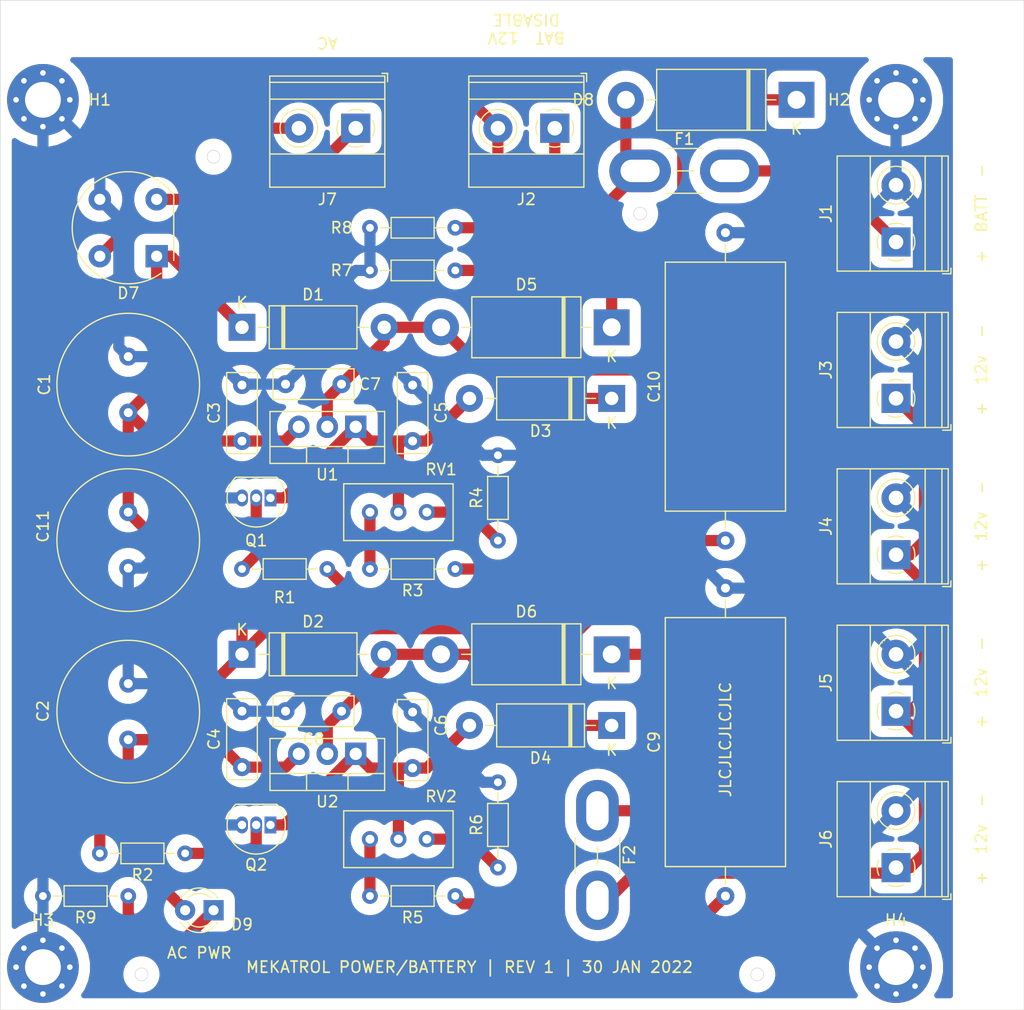
<source format=kicad_pcb>
(kicad_pcb (version 20171130) (host pcbnew "(5.1.12)-1")
  (layers (0 F.Cu signal) (31 B.Cu signal) (34 B.Paste user) (35 F.Paste user) (36 B.SilkS user) (37 F.SilkS user) (38 B.Mask user) (39 F.Mask user) (44 Edge.Cuts user))
  (net 0 "")
  (net 1 GND)
  (net 2 +15V)
  (net 3 "Net-(C5-Pad1)")
  (net 4 "Net-(C6-Pad1)")
  (net 5 +BATT)
  (net 6 +12V)
  (net 7 "Net-(D5-Pad1)")
  (net 8 "Net-(D6-Pad1)")
  (net 9 "Net-(D7-Pad2)")
  (net 10 "Net-(D7-Pad4)")
  (net 11 12V_DIS)
  (net 12 BATT_DIS)
  (net 13 "Net-(Q1-Pad2)")
  (net 14 "Net-(Q2-Pad2)")
  (net 15 "Net-(R3-Pad2)")
  (net 16 "Net-(R4-Pad1)")
  (net 17 "Net-(R5-Pad2)")
  (net 18 "Net-(R6-Pad1)")
  (net 19 "Net-(D9-Pad1)")
  (net 20 "Net-(F1-Pad2)")
  (net 21 "Net-(F2-Pad2)")
  (module Diode_THT:D_DO-201AD_P15.24mm_Horizontal (layer F.Cu) (at 143.51 55.88 180)
    (fp_text reference D8 (at 19.05 0) (layer F.SilkS))
    (fp_text value 1N5400)
    (fp_text user K (at 0 -2.6) (layer F.SilkS))
    (pad 2 thru_hole oval (at 15.24 0 180) (size 3.2 3.2) (drill 1.6) (layers *.Cu *.Mask) (net 7 "Net-(D5-Pad1)"))
    (pad 1 thru_hole rect (at 0 0 180) (size 3.2 3.2) (drill 1.6) (layers *.Cu *.Mask) (net 8 "Net-(D6-Pad1)"))
  )
  (module Resistor_THT:R_Axial_DIN0204_L3.6mm_D1.6mm_P7.62mm_Horizontal (layer F.Cu) (at 83.82 127 180)
    (fp_text reference R9 (at 3.81 -1.92) (layer F.SilkS))
    (fp_text value 10k)
    (pad 2 thru_hole oval (at 7.62 0 180) (size 1.4 1.4) (drill 0.7) (layers *.Cu *.Mask) (net 1 GND))
    (pad 1 thru_hole circle (at 0 0 180) (size 1.4 1.4) (drill 0.7) (layers *.Cu *.Mask) (net 19 "Net-(D9-Pad1)"))
  )
  (module Fuse:Fuse_Blade_Mini_directSolder (layer F.Cu) (at 125.73 119.38 270)
    (fp_text reference F2 (at 3.95 -2.85 90) (layer F.SilkS))
    (fp_text value 3A)
    (pad 2 thru_hole oval (at 8 0 270) (size 5.3 3.8) (drill oval 3.5 2) (layers *.Cu *.Mask) (net 21 "Net-(F2-Pad2)"))
    (pad 1 thru_hole oval (at 0 0 270) (size 5.5 3.8) (drill oval 3.5 2) (layers *.Cu *.Mask) (net 8 "Net-(D6-Pad1)"))
  )
  (module Fuse:Fuse_Blade_Mini_directSolder (layer F.Cu) (at 129.54 62.23)
    (fp_text reference F1 (at 3.95 -2.85) (layer F.SilkS))
    (fp_text value 3A)
    (pad 2 thru_hole oval (at 8 0) (size 5.3 3.8) (drill oval 3.5 2) (layers *.Cu *.Mask) (net 20 "Net-(F1-Pad2)"))
    (pad 1 thru_hole oval (at 0 0) (size 5.5 3.8) (drill oval 3.5 2) (layers *.Cu *.Mask) (net 7 "Net-(D5-Pad1)"))
  )
  (module LED_THT:LED_D3.0mm (layer F.Cu) (at 91.44 128.27 180)
    (fp_text reference D9 (at -2.54 -1.27) (layer F.SilkS))
    (fp_text value "RED LED")
    (pad 2 thru_hole circle (at 2.54 0 180) (size 1.8 1.8) (drill 0.9) (layers *.Cu *.Mask) (net 2 +15V))
    (pad 1 thru_hole rect (at 0 0 180) (size 1.8 1.8) (drill 0.9) (layers *.Cu *.Mask) (net 19 "Net-(D9-Pad1)"))
  )
  (module Resistor_THT:R_Axial_DIN0204_L3.6mm_D1.6mm_P7.62mm_Horizontal (layer F.Cu) (at 105.41 67.31)
    (fp_text reference R8 (at -2.54 0) (layer F.SilkS))
    (fp_text value 100k)
    (pad 2 thru_hole oval (at 7.62 0) (size 1.4 1.4) (drill 0.7) (layers *.Cu *.Mask) (net 11 12V_DIS))
    (pad 1 thru_hole circle (at 0 0) (size 1.4 1.4) (drill 0.7) (layers *.Cu *.Mask) (net 1 GND))
  )
  (module Resistor_THT:R_Axial_DIN0204_L3.6mm_D1.6mm_P7.62mm_Horizontal (layer F.Cu) (at 105.41 71.12)
    (fp_text reference R7 (at -2.54 0) (layer F.SilkS))
    (fp_text value 100k)
    (pad 2 thru_hole oval (at 7.62 0) (size 1.4 1.4) (drill 0.7) (layers *.Cu *.Mask) (net 12 BATT_DIS))
    (pad 1 thru_hole circle (at 0 0) (size 1.4 1.4) (drill 0.7) (layers *.Cu *.Mask) (net 1 GND))
  )
  (module MountingHole:MountingHole_3.2mm_M3_Pad_Via (layer F.Cu) (at 152.4 133.35)
    (fp_text reference H4 (at 0 -4.2) (layer F.SilkS))
    (fp_text value GND)
    (pad 1 thru_hole circle (at 1.697056 -1.697056) (size 0.8 0.8) (drill 0.5) (layers *.Cu *.Mask) (net 1 GND))
    (pad 1 thru_hole circle (at 0 -2.4) (size 0.8 0.8) (drill 0.5) (layers *.Cu *.Mask) (net 1 GND))
    (pad 1 thru_hole circle (at -1.697056 -1.697056) (size 0.8 0.8) (drill 0.5) (layers *.Cu *.Mask) (net 1 GND))
    (pad 1 thru_hole circle (at -2.4 0) (size 0.8 0.8) (drill 0.5) (layers *.Cu *.Mask) (net 1 GND))
    (pad 1 thru_hole circle (at -1.697056 1.697056) (size 0.8 0.8) (drill 0.5) (layers *.Cu *.Mask) (net 1 GND))
    (pad 1 thru_hole circle (at 0 2.4) (size 0.8 0.8) (drill 0.5) (layers *.Cu *.Mask) (net 1 GND))
    (pad 1 thru_hole circle (at 1.697056 1.697056) (size 0.8 0.8) (drill 0.5) (layers *.Cu *.Mask) (net 1 GND))
    (pad 1 thru_hole circle (at 2.4 0) (size 0.8 0.8) (drill 0.5) (layers *.Cu *.Mask) (net 1 GND))
    (pad 1 thru_hole circle (at 0 0) (size 6.4 6.4) (drill 3.2) (layers *.Cu *.Mask) (net 1 GND))
  )
  (module MountingHole:MountingHole_3.2mm_M3_Pad_Via (layer F.Cu) (at 76.2 133.35)
    (fp_text reference H3 (at 0 -4.2) (layer F.SilkS))
    (fp_text value GND)
    (pad 1 thru_hole circle (at 1.697056 -1.697056) (size 0.8 0.8) (drill 0.5) (layers *.Cu *.Mask) (net 1 GND))
    (pad 1 thru_hole circle (at 0 -2.4) (size 0.8 0.8) (drill 0.5) (layers *.Cu *.Mask) (net 1 GND))
    (pad 1 thru_hole circle (at -1.697056 -1.697056) (size 0.8 0.8) (drill 0.5) (layers *.Cu *.Mask) (net 1 GND))
    (pad 1 thru_hole circle (at -2.4 0) (size 0.8 0.8) (drill 0.5) (layers *.Cu *.Mask) (net 1 GND))
    (pad 1 thru_hole circle (at -1.697056 1.697056) (size 0.8 0.8) (drill 0.5) (layers *.Cu *.Mask) (net 1 GND))
    (pad 1 thru_hole circle (at 0 2.4) (size 0.8 0.8) (drill 0.5) (layers *.Cu *.Mask) (net 1 GND))
    (pad 1 thru_hole circle (at 1.697056 1.697056) (size 0.8 0.8) (drill 0.5) (layers *.Cu *.Mask) (net 1 GND))
    (pad 1 thru_hole circle (at 2.4 0) (size 0.8 0.8) (drill 0.5) (layers *.Cu *.Mask) (net 1 GND))
    (pad 1 thru_hole circle (at 0 0) (size 6.4 6.4) (drill 3.2) (layers *.Cu *.Mask) (net 1 GND))
  )
  (module MountingHole:MountingHole_3.2mm_M3_Pad_Via (layer F.Cu) (at 152.4 55.88)
    (fp_text reference H2 (at -5.08 0) (layer F.SilkS))
    (fp_text value GND)
    (pad 1 thru_hole circle (at 1.697056 -1.697056) (size 0.8 0.8) (drill 0.5) (layers *.Cu *.Mask) (net 1 GND))
    (pad 1 thru_hole circle (at 0 -2.4) (size 0.8 0.8) (drill 0.5) (layers *.Cu *.Mask) (net 1 GND))
    (pad 1 thru_hole circle (at -1.697056 -1.697056) (size 0.8 0.8) (drill 0.5) (layers *.Cu *.Mask) (net 1 GND))
    (pad 1 thru_hole circle (at -2.4 0) (size 0.8 0.8) (drill 0.5) (layers *.Cu *.Mask) (net 1 GND))
    (pad 1 thru_hole circle (at -1.697056 1.697056) (size 0.8 0.8) (drill 0.5) (layers *.Cu *.Mask) (net 1 GND))
    (pad 1 thru_hole circle (at 0 2.4) (size 0.8 0.8) (drill 0.5) (layers *.Cu *.Mask) (net 1 GND))
    (pad 1 thru_hole circle (at 1.697056 1.697056) (size 0.8 0.8) (drill 0.5) (layers *.Cu *.Mask) (net 1 GND))
    (pad 1 thru_hole circle (at 2.4 0) (size 0.8 0.8) (drill 0.5) (layers *.Cu *.Mask) (net 1 GND))
    (pad 1 thru_hole circle (at 0 0) (size 6.4 6.4) (drill 3.2) (layers *.Cu *.Mask) (net 1 GND))
  )
  (module MountingHole:MountingHole_3.2mm_M3_Pad_Via (layer F.Cu) (at 76.2 55.88)
    (fp_text reference H1 (at 5.08 0) (layer F.SilkS))
    (fp_text value GND)
    (pad 1 thru_hole circle (at 1.697056 -1.697056) (size 0.8 0.8) (drill 0.5) (layers *.Cu *.Mask) (net 1 GND))
    (pad 1 thru_hole circle (at 0 -2.4) (size 0.8 0.8) (drill 0.5) (layers *.Cu *.Mask) (net 1 GND))
    (pad 1 thru_hole circle (at -1.697056 -1.697056) (size 0.8 0.8) (drill 0.5) (layers *.Cu *.Mask) (net 1 GND))
    (pad 1 thru_hole circle (at -2.4 0) (size 0.8 0.8) (drill 0.5) (layers *.Cu *.Mask) (net 1 GND))
    (pad 1 thru_hole circle (at -1.697056 1.697056) (size 0.8 0.8) (drill 0.5) (layers *.Cu *.Mask) (net 1 GND))
    (pad 1 thru_hole circle (at 0 2.4) (size 0.8 0.8) (drill 0.5) (layers *.Cu *.Mask) (net 1 GND))
    (pad 1 thru_hole circle (at 1.697056 1.697056) (size 0.8 0.8) (drill 0.5) (layers *.Cu *.Mask) (net 1 GND))
    (pad 1 thru_hole circle (at 2.4 0) (size 0.8 0.8) (drill 0.5) (layers *.Cu *.Mask) (net 1 GND))
    (pad 1 thru_hole circle (at 0 0) (size 6.4 6.4) (drill 3.2) (layers *.Cu *.Mask) (net 1 GND))
  )
  (module Capacitor_THT:C_Disc_D7.0mm_W2.5mm_P5.00mm (layer F.Cu) (at 93.98 115.49 90)
    (fp_text reference C4 (at 2.5 -2.5 90) (layer F.SilkS))
    (fp_text value 100n)
    (pad 2 thru_hole circle (at 5 0 90) (size 1.6 1.6) (drill 0.8) (layers *.Cu *.Mask) (net 1 GND))
    (pad 1 thru_hole circle (at 0 0 90) (size 1.6 1.6) (drill 0.8) (layers *.Cu *.Mask) (net 2 +15V))
  )
  (module Capacitor_THT:C_Axial_L22.0mm_D10.5mm_P27.50mm_Horizontal (layer F.Cu) (at 137.16 95.25 90)
    (fp_text reference C10 (at 13.75 -6.37 90) (layer F.SilkS))
    (fp_text value 2200u)
    (pad 2 thru_hole oval (at 27.5 0 90) (size 1.6 1.6) (drill 0.8) (layers *.Cu *.Mask) (net 1 GND))
    (pad 1 thru_hole circle (at 0 0 90) (size 1.6 1.6) (drill 0.8) (layers *.Cu *.Mask) (net 2 +15V))
  )
  (module Capacitor_THT:C_Axial_L22.0mm_D10.5mm_P27.50mm_Horizontal (layer F.Cu) (at 137.16 127 90)
    (fp_text reference C9 (at 13.75 -6.37 90) (layer F.SilkS))
    (fp_text value 2200u)
    (pad 2 thru_hole oval (at 27.5 0 90) (size 1.6 1.6) (drill 0.8) (layers *.Cu *.Mask) (net 1 GND))
    (pad 1 thru_hole circle (at 0 0 90) (size 1.6 1.6) (drill 0.8) (layers *.Cu *.Mask) (net 6 +12V))
  )
  (module Capacitor_THT:C_Radial_D12.5mm_H25.0mm_P5.00mm (layer F.Cu) (at 83.82 83.82 90)
    (fp_text reference C1 (at 2.5 -7.5 90) (layer F.SilkS))
    (fp_text value 100u)
    (pad 2 thru_hole circle (at 5 0 90) (size 1.6 1.6) (drill 0.8) (layers *.Cu *.Mask) (net 1 GND))
    (pad 1 thru_hole circle (at 0 0 90) (size 1.6 1.6) (drill 0.8) (layers *.Cu *.Mask) (net 2 +15V))
  )
  (module Capacitor_THT:C_Radial_D12.5mm_H25.0mm_P5.00mm (layer F.Cu) (at 83.82 92.71 270)
    (fp_text reference C11 (at 1.27 7.62 90) (layer F.SilkS))
    (fp_text value 100u)
    (pad 2 thru_hole circle (at 5 0 270) (size 1.6 1.6) (drill 0.8) (layers *.Cu *.Mask) (net 1 GND))
    (pad 1 thru_hole circle (at 0 0 270) (size 1.6 1.6) (drill 0.8) (layers *.Cu *.Mask) (net 2 +15V))
  )
  (module Package_TO_SOT_THT:TO-220-3_Vertical (layer F.Cu) (at 104.14 114.3 180)
    (fp_text reference U2 (at 2.54 -4.27) (layer F.SilkS))
    (fp_text value LM317_TO-220)
    (pad 3 thru_hole oval (at 5.08 0 180) (size 1.905 2) (drill 1.1) (layers *.Cu *.Mask) (net 2 +15V))
    (pad 2 thru_hole oval (at 2.54 0 180) (size 1.905 2) (drill 1.1) (layers *.Cu *.Mask) (net 6 +12V))
    (pad 1 thru_hole rect (at 0 0 180) (size 1.905 2) (drill 1.1) (layers *.Cu *.Mask) (net 4 "Net-(C6-Pad1)"))
  )
  (module Package_TO_SOT_THT:TO-220-3_Vertical (layer F.Cu) (at 104.14 85.09 180)
    (fp_text reference U1 (at 2.54 -4.27) (layer F.SilkS))
    (fp_text value LM317_TO-220)
    (pad 3 thru_hole oval (at 5.08 0 180) (size 1.905 2) (drill 1.1) (layers *.Cu *.Mask) (net 2 +15V))
    (pad 2 thru_hole oval (at 2.54 0 180) (size 1.905 2) (drill 1.1) (layers *.Cu *.Mask) (net 5 +BATT))
    (pad 1 thru_hole rect (at 0 0 180) (size 1.905 2) (drill 1.1) (layers *.Cu *.Mask) (net 3 "Net-(C5-Pad1)"))
  )
  (module Potentiometer_THT:Potentiometer_Bourns_3296W_Vertical (layer F.Cu) (at 110.49 121.92)
    (fp_text reference RV2 (at 1.27 -3.81) (layer F.SilkS))
    (fp_text value 500R)
    (pad 3 thru_hole circle (at -5.08 0) (size 1.44 1.44) (drill 0.8) (layers *.Cu *.Mask) (net 17 "Net-(R5-Pad2)"))
    (pad 2 thru_hole circle (at -2.54 0) (size 1.44 1.44) (drill 0.8) (layers *.Cu *.Mask) (net 4 "Net-(C6-Pad1)"))
    (pad 1 thru_hole circle (at 0 0) (size 1.44 1.44) (drill 0.8) (layers *.Cu *.Mask) (net 18 "Net-(R6-Pad1)"))
  )
  (module Potentiometer_THT:Potentiometer_Bourns_3296W_Vertical (layer F.Cu) (at 110.49 92.71)
    (fp_text reference RV1 (at 1.27 -3.81) (layer F.SilkS))
    (fp_text value 500R)
    (pad 3 thru_hole circle (at -5.08 0) (size 1.44 1.44) (drill 0.8) (layers *.Cu *.Mask) (net 15 "Net-(R3-Pad2)"))
    (pad 2 thru_hole circle (at -2.54 0) (size 1.44 1.44) (drill 0.8) (layers *.Cu *.Mask) (net 3 "Net-(C5-Pad1)"))
    (pad 1 thru_hole circle (at 0 0) (size 1.44 1.44) (drill 0.8) (layers *.Cu *.Mask) (net 16 "Net-(R4-Pad1)"))
  )
  (module Resistor_THT:R_Axial_DIN0204_L3.6mm_D1.6mm_P7.62mm_Horizontal (layer F.Cu) (at 116.84 124.46 90)
    (fp_text reference R6 (at 3.81 -1.92 90) (layer F.SilkS))
    (fp_text value 2k1)
    (pad 2 thru_hole oval (at 7.62 0 90) (size 1.4 1.4) (drill 0.7) (layers *.Cu *.Mask) (net 1 GND))
    (pad 1 thru_hole circle (at 0 0 90) (size 1.4 1.4) (drill 0.7) (layers *.Cu *.Mask) (net 18 "Net-(R6-Pad1)"))
  )
  (module Resistor_THT:R_Axial_DIN0204_L3.6mm_D1.6mm_P7.62mm_Horizontal (layer F.Cu) (at 113.03 127 180)
    (fp_text reference R5 (at 3.81 -1.92) (layer F.SilkS))
    (fp_text value 240R)
    (pad 2 thru_hole oval (at 7.62 0 180) (size 1.4 1.4) (drill 0.7) (layers *.Cu *.Mask) (net 17 "Net-(R5-Pad2)"))
    (pad 1 thru_hole circle (at 0 0 180) (size 1.4 1.4) (drill 0.7) (layers *.Cu *.Mask) (net 6 +12V))
  )
  (module Resistor_THT:R_Axial_DIN0204_L3.6mm_D1.6mm_P7.62mm_Horizontal (layer F.Cu) (at 116.84 95.25 90)
    (fp_text reference R4 (at 3.81 -1.92 90) (layer F.SilkS))
    (fp_text value 2k32)
    (pad 2 thru_hole oval (at 7.62 0 90) (size 1.4 1.4) (drill 0.7) (layers *.Cu *.Mask) (net 1 GND))
    (pad 1 thru_hole circle (at 0 0 90) (size 1.4 1.4) (drill 0.7) (layers *.Cu *.Mask) (net 16 "Net-(R4-Pad1)"))
  )
  (module Resistor_THT:R_Axial_DIN0204_L3.6mm_D1.6mm_P7.62mm_Horizontal (layer F.Cu) (at 113.03 97.79 180)
    (fp_text reference R3 (at 3.81 -1.92) (layer F.SilkS))
    (fp_text value 240R)
    (pad 2 thru_hole oval (at 7.62 0 180) (size 1.4 1.4) (drill 0.7) (layers *.Cu *.Mask) (net 15 "Net-(R3-Pad2)"))
    (pad 1 thru_hole circle (at 0 0 180) (size 1.4 1.4) (drill 0.7) (layers *.Cu *.Mask) (net 5 +BATT))
  )
  (module Resistor_THT:R_Axial_DIN0204_L3.6mm_D1.6mm_P7.62mm_Horizontal (layer F.Cu) (at 88.9 123.19 180)
    (fp_text reference R2 (at 3.81 -1.92) (layer F.SilkS))
    (fp_text value 10k)
    (pad 2 thru_hole oval (at 7.62 0 180) (size 1.4 1.4) (drill 0.7) (layers *.Cu *.Mask) (net 11 12V_DIS))
    (pad 1 thru_hole circle (at 0 0 180) (size 1.4 1.4) (drill 0.7) (layers *.Cu *.Mask) (net 14 "Net-(Q2-Pad2)"))
  )
  (module Resistor_THT:R_Axial_DIN0204_L3.6mm_D1.6mm_P7.62mm_Horizontal (layer F.Cu) (at 93.98 97.79)
    (fp_text reference R1 (at 3.81 2.54) (layer F.SilkS))
    (fp_text value 10k)
    (pad 2 thru_hole oval (at 7.62 0) (size 1.4 1.4) (drill 0.7) (layers *.Cu *.Mask) (net 12 BATT_DIS))
    (pad 1 thru_hole circle (at 0 0) (size 1.4 1.4) (drill 0.7) (layers *.Cu *.Mask) (net 13 "Net-(Q1-Pad2)"))
  )
  (module Package_TO_SOT_THT:TO-92_Inline (layer F.Cu) (at 96.52 120.65 180)
    (fp_text reference Q2 (at 1.27 -3.56) (layer F.SilkS))
    (fp_text value BC549)
    (pad 1 thru_hole rect (at 0 0 180) (size 1.05 1.5) (drill 0.75) (layers *.Cu *.Mask) (net 4 "Net-(C6-Pad1)"))
    (pad 3 thru_hole oval (at 2.54 0 180) (size 1.05 1.5) (drill 0.75) (layers *.Cu *.Mask) (net 1 GND))
    (pad 2 thru_hole oval (at 1.27 0 180) (size 1.05 1.5) (drill 0.75) (layers *.Cu *.Mask) (net 14 "Net-(Q2-Pad2)"))
  )
  (module Package_TO_SOT_THT:TO-92_Inline (layer F.Cu) (at 96.52 91.44 180)
    (fp_text reference Q1 (at 1.27 -3.81) (layer F.SilkS))
    (fp_text value BC549)
    (pad 1 thru_hole rect (at 0 0 180) (size 1.05 1.5) (drill 0.75) (layers *.Cu *.Mask) (net 3 "Net-(C5-Pad1)"))
    (pad 3 thru_hole oval (at 2.54 0 180) (size 1.05 1.5) (drill 0.75) (layers *.Cu *.Mask) (net 1 GND))
    (pad 2 thru_hole oval (at 1.27 0 180) (size 1.05 1.5) (drill 0.75) (layers *.Cu *.Mask) (net 13 "Net-(Q1-Pad2)"))
  )
  (module TerminalBlock_Phoenix:TerminalBlock_Phoenix_MKDS-1,5-2-5.08_1x02_P5.08mm_Horizontal (layer F.Cu) (at 104.14 58.42 180)
    (fp_text reference J7 (at 2.54 -6.35) (layer F.SilkS))
    (fp_text value 15-18VAC)
    (pad 2 thru_hole circle (at 5.08 0 180) (size 2.6 2.6) (drill 1.3) (layers *.Cu *.Mask) (net 10 "Net-(D7-Pad4)"))
    (pad 1 thru_hole rect (at 0 0 180) (size 2.6 2.6) (drill 1.3) (layers *.Cu *.Mask) (net 9 "Net-(D7-Pad2)"))
  )
  (module TerminalBlock_Phoenix:TerminalBlock_Phoenix_MKDS-1,5-2-5.08_1x02_P5.08mm_Horizontal (layer F.Cu) (at 152.4 124.46 90)
    (fp_text reference J6 (at 2.54 -6.26 90) (layer F.SilkS))
    (fp_text value 12V)
    (pad 2 thru_hole circle (at 5.08 0 90) (size 2.6 2.6) (drill 1.3) (layers *.Cu *.Mask) (net 1 GND))
    (pad 1 thru_hole rect (at 0 0 90) (size 2.6 2.6) (drill 1.3) (layers *.Cu *.Mask) (net 21 "Net-(F2-Pad2)"))
  )
  (module TerminalBlock_Phoenix:TerminalBlock_Phoenix_MKDS-1,5-2-5.08_1x02_P5.08mm_Horizontal (layer F.Cu) (at 152.4 110.49 90)
    (fp_text reference J5 (at 2.54 -6.26 90) (layer F.SilkS))
    (fp_text value 12V)
    (pad 2 thru_hole circle (at 5.08 0 90) (size 2.6 2.6) (drill 1.3) (layers *.Cu *.Mask) (net 1 GND))
    (pad 1 thru_hole rect (at 0 0 90) (size 2.6 2.6) (drill 1.3) (layers *.Cu *.Mask) (net 21 "Net-(F2-Pad2)"))
  )
  (module TerminalBlock_Phoenix:TerminalBlock_Phoenix_MKDS-1,5-2-5.08_1x02_P5.08mm_Horizontal (layer F.Cu) (at 152.4 96.52 90)
    (fp_text reference J4 (at 2.54 -6.26 90) (layer F.SilkS))
    (fp_text value 12V)
    (pad 2 thru_hole circle (at 5.08 0 90) (size 2.6 2.6) (drill 1.3) (layers *.Cu *.Mask) (net 1 GND))
    (pad 1 thru_hole rect (at 0 0 90) (size 2.6 2.6) (drill 1.3) (layers *.Cu *.Mask) (net 21 "Net-(F2-Pad2)"))
  )
  (module TerminalBlock_Phoenix:TerminalBlock_Phoenix_MKDS-1,5-2-5.08_1x02_P5.08mm_Horizontal (layer F.Cu) (at 152.4 82.55 90)
    (fp_text reference J3 (at 2.54 -6.26 90) (layer F.SilkS))
    (fp_text value 12V)
    (pad 2 thru_hole circle (at 5.08 0 90) (size 2.6 2.6) (drill 1.3) (layers *.Cu *.Mask) (net 1 GND))
    (pad 1 thru_hole rect (at 0 0 90) (size 2.6 2.6) (drill 1.3) (layers *.Cu *.Mask) (net 21 "Net-(F2-Pad2)"))
  )
  (module TerminalBlock_Phoenix:TerminalBlock_Phoenix_MKDS-1,5-2-5.08_1x02_P5.08mm_Horizontal (layer F.Cu) (at 121.92 58.42 180)
    (fp_text reference J2 (at 2.54 -6.35) (layer F.SilkS))
    (fp_text value DIS)
    (pad 2 thru_hole circle (at 5.08 0 180) (size 2.6 2.6) (drill 1.3) (layers *.Cu *.Mask) (net 11 12V_DIS))
    (pad 1 thru_hole rect (at 0 0 180) (size 2.6 2.6) (drill 1.3) (layers *.Cu *.Mask) (net 12 BATT_DIS))
  )
  (module TerminalBlock_Phoenix:TerminalBlock_Phoenix_MKDS-1,5-2-5.08_1x02_P5.08mm_Horizontal (layer F.Cu) (at 152.4 68.58 90)
    (fp_text reference J1 (at 2.54 -6.26 90) (layer F.SilkS))
    (fp_text value BATT)
    (pad 2 thru_hole circle (at 5.08 0 90) (size 2.6 2.6) (drill 1.3) (layers *.Cu *.Mask) (net 1 GND))
    (pad 1 thru_hole rect (at 0 0 90) (size 2.6 2.6) (drill 1.3) (layers *.Cu *.Mask) (net 20 "Net-(F1-Pad2)"))
  )
  (module Diode_THT:Diode_Bridge_Round_D9.8mm (layer F.Cu) (at 86.36 69.85 180)
    (fp_text reference D7 (at 2.54 -3.302) (layer F.SilkS))
    (fp_text value WO4)
    (pad 1 thru_hole rect (at 0 0 180) (size 2 2) (drill 1) (layers *.Cu *.Mask) (net 2 +15V))
    (pad 3 thru_hole oval (at 5.08 5.08 180) (size 2 2) (drill 1) (layers *.Cu *.Mask) (net 1 GND))
    (pad 2 thru_hole oval (at 0 5.08 180) (size 2 2) (drill 1) (layers *.Cu *.Mask) (net 9 "Net-(D7-Pad2)"))
    (pad 4 thru_hole oval (at 5.08 0 180) (size 2 2) (drill 1) (layers *.Cu *.Mask) (net 10 "Net-(D7-Pad4)"))
  )
  (module Diode_THT:D_DO-201AD_P15.24mm_Horizontal (layer F.Cu) (at 127 105.41 180)
    (fp_text reference D6 (at 7.62 3.81) (layer F.SilkS))
    (fp_text value 1N5400)
    (fp_text user K (at 0 -2.6) (layer F.SilkS))
    (pad 2 thru_hole oval (at 15.24 0 180) (size 3.2 3.2) (drill 1.6) (layers *.Cu *.Mask) (net 6 +12V))
    (pad 1 thru_hole rect (at 0 0 180) (size 3.2 3.2) (drill 1.6) (layers *.Cu *.Mask) (net 8 "Net-(D6-Pad1)"))
  )
  (module Diode_THT:D_DO-201AD_P15.24mm_Horizontal (layer F.Cu) (at 127 76.2 180)
    (fp_text reference D5 (at 7.62 3.81) (layer F.SilkS))
    (fp_text value 1N5400)
    (fp_text user K (at 0 -2.6) (layer F.SilkS))
    (pad 2 thru_hole oval (at 15.24 0 180) (size 3.2 3.2) (drill 1.6) (layers *.Cu *.Mask) (net 5 +BATT))
    (pad 1 thru_hole rect (at 0 0 180) (size 3.2 3.2) (drill 1.6) (layers *.Cu *.Mask) (net 7 "Net-(D5-Pad1)"))
  )
  (module Diode_THT:D_DO-15_P12.70mm_Horizontal (layer F.Cu) (at 127 111.76 180)
    (fp_text reference D4 (at 6.35 -2.92) (layer F.SilkS))
    (fp_text value 1N4002)
    (fp_text user K (at 0 -2.2) (layer F.SilkS))
    (pad 2 thru_hole oval (at 12.7 0 180) (size 2.4 2.4) (drill 1.2) (layers *.Cu *.Mask) (net 4 "Net-(C6-Pad1)"))
    (pad 1 thru_hole rect (at 0 0 180) (size 2.4 2.4) (drill 1.2) (layers *.Cu *.Mask) (net 6 +12V))
  )
  (module Diode_THT:D_DO-15_P12.70mm_Horizontal (layer F.Cu) (at 127 82.55 180)
    (fp_text reference D3 (at 6.35 -2.92) (layer F.SilkS))
    (fp_text value 1N4002)
    (fp_text user K (at 0 -2.2) (layer F.SilkS))
    (pad 2 thru_hole oval (at 12.7 0 180) (size 2.4 2.4) (drill 1.2) (layers *.Cu *.Mask) (net 3 "Net-(C5-Pad1)"))
    (pad 1 thru_hole rect (at 0 0 180) (size 2.4 2.4) (drill 1.2) (layers *.Cu *.Mask) (net 5 +BATT))
  )
  (module Diode_THT:D_DO-15_P12.70mm_Horizontal (layer F.Cu) (at 93.98 105.41)
    (fp_text reference D2 (at 6.35 -2.92) (layer F.SilkS))
    (fp_text value 1N4002)
    (fp_text user K (at 0 -2.2) (layer F.SilkS))
    (pad 2 thru_hole oval (at 12.7 0) (size 2.4 2.4) (drill 1.2) (layers *.Cu *.Mask) (net 6 +12V))
    (pad 1 thru_hole rect (at 0 0) (size 2.4 2.4) (drill 1.2) (layers *.Cu *.Mask) (net 2 +15V))
  )
  (module Diode_THT:D_DO-15_P12.70mm_Horizontal (layer F.Cu) (at 93.98 76.2)
    (fp_text reference D1 (at 6.35 -2.92) (layer F.SilkS))
    (fp_text value 1N4002)
    (fp_text user K (at 0 -2.2) (layer F.SilkS))
    (pad 2 thru_hole oval (at 12.7 0) (size 2.4 2.4) (drill 1.2) (layers *.Cu *.Mask) (net 5 +BATT))
    (pad 1 thru_hole rect (at 0 0) (size 2.4 2.4) (drill 1.2) (layers *.Cu *.Mask) (net 2 +15V))
  )
  (module Capacitor_THT:C_Disc_D7.0mm_W2.5mm_P5.00mm (layer F.Cu) (at 102.87 110.49 180)
    (fp_text reference C8 (at 2.5 -2.5) (layer F.SilkS))
    (fp_text value 100n)
    (pad 2 thru_hole circle (at 5 0 180) (size 1.6 1.6) (drill 0.8) (layers *.Cu *.Mask) (net 1 GND))
    (pad 1 thru_hole circle (at 0 0 180) (size 1.6 1.6) (drill 0.8) (layers *.Cu *.Mask) (net 6 +12V))
  )
  (module Capacitor_THT:C_Disc_D7.0mm_W2.5mm_P5.00mm (layer F.Cu) (at 102.87 81.28 180)
    (fp_text reference C7 (at -2.54 0) (layer F.SilkS))
    (fp_text value 100n)
    (pad 2 thru_hole circle (at 5 0 180) (size 1.6 1.6) (drill 0.8) (layers *.Cu *.Mask) (net 1 GND))
    (pad 1 thru_hole circle (at 0 0 180) (size 1.6 1.6) (drill 0.8) (layers *.Cu *.Mask) (net 5 +BATT))
  )
  (module Capacitor_THT:C_Disc_D7.0mm_W2.5mm_P5.00mm (layer F.Cu) (at 109.22 115.57 90)
    (fp_text reference C6 (at 3.81 2.54 90) (layer F.SilkS))
    (fp_text value 100n)
    (pad 2 thru_hole circle (at 5 0 90) (size 1.6 1.6) (drill 0.8) (layers *.Cu *.Mask) (net 1 GND))
    (pad 1 thru_hole circle (at 0 0 90) (size 1.6 1.6) (drill 0.8) (layers *.Cu *.Mask) (net 4 "Net-(C6-Pad1)"))
  )
  (module Capacitor_THT:C_Disc_D7.0mm_W2.5mm_P5.00mm (layer F.Cu) (at 109.22 86.36 90)
    (fp_text reference C5 (at 2.54 2.54 90) (layer F.SilkS))
    (fp_text value 100n)
    (pad 2 thru_hole circle (at 5 0 90) (size 1.6 1.6) (drill 0.8) (layers *.Cu *.Mask) (net 1 GND))
    (pad 1 thru_hole circle (at 0 0 90) (size 1.6 1.6) (drill 0.8) (layers *.Cu *.Mask) (net 3 "Net-(C5-Pad1)"))
  )
  (module Capacitor_THT:C_Disc_D7.0mm_W2.5mm_P5.00mm (layer F.Cu) (at 93.98 86.36 90)
    (fp_text reference C3 (at 2.5 -2.5 90) (layer F.SilkS))
    (fp_text value 100n)
    (pad 2 thru_hole circle (at 5 0 90) (size 1.6 1.6) (drill 0.8) (layers *.Cu *.Mask) (net 1 GND))
    (pad 1 thru_hole circle (at 0 0 90) (size 1.6 1.6) (drill 0.8) (layers *.Cu *.Mask) (net 2 +15V))
  )
  (module Capacitor_THT:C_Radial_D12.5mm_H25.0mm_P5.00mm (layer F.Cu) (at 83.82 113.03 90)
    (fp_text reference C2 (at 2.54 -7.62 90) (layer F.SilkS))
    (fp_text value 100u)
    (pad 2 thru_hole circle (at 5 0 90) (size 1.6 1.6) (drill 0.8) (layers *.Cu *.Mask) (net 1 GND))
    (pad 1 thru_hole circle (at 0 0 90) (size 1.6 1.6) (drill 0.8) (layers *.Cu *.Mask) (net 2 +15V))
  )
  (gr_text "+  12v  -" (at 160.02 121.92 90) (layer F.SilkS) (effects (font (size 1 1))))
  (gr_text "+  12v  -" (at 160.02 107.95 90) (layer F.SilkS) (effects (font (size 1 1))))
  (gr_text "+  12v  -" (at 160.02 93.98 90) (layer F.SilkS) (effects (font (size 1 1))))
  (gr_text "+  12v  -" (at 160.02 80.01 90) (layer F.SilkS) (effects (font (size 1 1))))
  (gr_text "+  BATT  -" (at 160.02 66.04 90) (layer F.SilkS) (effects (font (size 1 1))))
  (gr_text "BAT  12V\nDISABLE" (at 119.38 49.53 180) (layer F.SilkS) (effects (font (size 1 1))))
  (gr_text AC (at 101.6 50.8 180) (layer F.SilkS) (effects (font (size 1 1))))
  (gr_text "AC PWR" (at 90.17 132.08) (layer F.SilkS) (effects (font (size 1 1))))
  (gr_line (start 72.39 46.99) (end 163.83 46.99) (layer Edge.Cuts) (width 0.05))
  (gr_line (start 72.39 137.16) (end 72.39 46.99) (layer Edge.Cuts) (width 0.05))
  (gr_line (start 163.83 137.16) (end 72.39 137.16) (layer Edge.Cuts) (width 0.05))
  (gr_line (start 163.83 46.99) (end 163.83 137.16) (layer Edge.Cuts) (width 0.05))
  (gr_text JLCJLCJLCJLC (at 137.16 113.03 90) (layer F.SilkS) (effects (font (size 1 1))))
  (gr_text "MEKATROL POWER/BATTERY | REV 1 | 30 JAN 2022" (at 114.3 133.35) (layer F.SilkS) (effects (font (size 1 1))))
  (gr_circle (center 85 134) (end 85.576 134) (layer Edge.Cuts) (width 0.05))
  (gr_circle (center 140 134) (end 140.576 134) (layer Edge.Cuts) (width 0.05))
  (gr_circle (center 129.54 66.04) (end 130.116 66.04) (layer Edge.Cuts) (width 0.05))
  (gr_circle (center 91.44 60.96) (end 92.016 60.96) (layer Edge.Cuts) (width 0.05))
  (segment (start 82.980001 77.980001) (end 83.82 78.82) (width 1) (layer B.Cu) (net 1))
  (segment (start 81.28 64.77) (end 82.980001 66.470001) (width 1) (layer B.Cu) (net 1))
  (segment (start 91.44 78.82) (end 93.98 81.36) (width 1) (layer B.Cu) (net 1))
  (segment (start 83.82 97.71) (end 83.82 108.03) (width 1) (layer B.Cu) (net 1))
  (segment (start 83.82 97.71) (end 85.17 97.71) (width 1) (layer B.Cu) (net 1))
  (segment (start 85.17 97.71) (end 87.71 95.17) (width 1) (layer B.Cu) (net 1))
  (segment (start 87.71 78.82) (end 91.44 78.82) (width 1) (layer B.Cu) (net 1))
  (segment (start 83.82 78.82) (end 87.71 78.82) (width 1) (layer B.Cu) (net 1))
  (segment (start 87.79 91.44) (end 87.71 91.36) (width 1) (layer B.Cu) (net 1))
  (segment (start 93.98 91.44) (end 87.79 91.44) (width 1) (layer B.Cu) (net 1))
  (segment (start 87.71 91.36) (end 87.71 78.82) (width 1) (layer B.Cu) (net 1))
  (segment (start 87.71 95.17) (end 87.71 91.36) (width 1) (layer B.Cu) (net 1))
  (segment (start 125.29 87.63) (end 137.16 99.5) (width 1) (layer B.Cu) (net 1))
  (segment (start 116.84 87.63) (end 125.29 87.63) (width 1) (layer B.Cu) (net 1))
  (segment (start 137.16 99.5) (end 144.34 99.5) (width 1) (layer B.Cu) (net 1))
  (segment (start 146.49 99.5) (end 152.4 105.41) (width 1) (layer B.Cu) (net 1))
  (segment (start 144.34 99.5) (end 146.49 99.5) (width 1) (layer B.Cu) (net 1))
  (segment (start 154.400001 117.379999) (end 154.400001 107.410001) (width 1) (layer B.Cu) (net 1))
  (segment (start 154.400001 107.410001) (end 152.4 105.41) (width 1) (layer B.Cu) (net 1))
  (segment (start 152.4 119.38) (end 154.400001 117.379999) (width 1) (layer B.Cu) (net 1))
  (segment (start 154.400001 79.470001) (end 152.4 77.47) (width 1) (layer B.Cu) (net 1))
  (segment (start 154.400001 89.439999) (end 154.400001 79.470001) (width 1) (layer B.Cu) (net 1))
  (segment (start 152.4 91.44) (end 154.400001 89.439999) (width 1) (layer B.Cu) (net 1))
  (segment (start 154.400001 65.500001) (end 152.4 63.5) (width 1) (layer B.Cu) (net 1))
  (segment (start 154.400001 75.469999) (end 154.400001 65.500001) (width 1) (layer B.Cu) (net 1))
  (segment (start 152.4 77.47) (end 154.400001 75.469999) (width 1) (layer B.Cu) (net 1))
  (segment (start 94.06 81.28) (end 93.98 81.36) (width 1) (layer B.Cu) (net 1))
  (segment (start 97.87 81.28) (end 94.06 81.28) (width 1) (layer B.Cu) (net 1))
  (segment (start 82.980001 67.740001) (end 82.980001 77.980001) (width 1) (layer B.Cu) (net 1))
  (segment (start 82.980001 66.470001) (end 82.980001 67.740001) (width 1) (layer B.Cu) (net 1))
  (segment (start 91.52 108.03) (end 93.98 110.49) (width 1) (layer B.Cu) (net 1))
  (segment (start 93.98 110.49) (end 97.87 110.49) (width 1) (layer B.Cu) (net 1))
  (segment (start 97.87 110.49) (end 100.33 108.03) (width 1) (layer B.Cu) (net 1))
  (segment (start 106.68 108.03) (end 109.22 110.57) (width 1) (layer B.Cu) (net 1))
  (segment (start 100.33 108.03) (end 106.68 108.03) (width 1) (layer B.Cu) (net 1))
  (segment (start 115.49 87.63) (end 109.22 81.36) (width 1) (layer B.Cu) (net 1))
  (segment (start 116.84 87.63) (end 115.49 87.63) (width 1) (layer B.Cu) (net 1))
  (segment (start 90.17 114.3) (end 90.17 119.38) (width 1) (layer B.Cu) (net 1))
  (segment (start 90.17 119.38) (end 91.44 120.65) (width 1) (layer B.Cu) (net 1))
  (segment (start 91.44 120.65) (end 93.98 120.65) (width 1) (layer B.Cu) (net 1))
  (segment (start 90.17 114.3) (end 90.17 108.11) (width 1) (layer B.Cu) (net 1))
  (segment (start 90.17 108.11) (end 90.25 108.03) (width 1) (layer B.Cu) (net 1))
  (segment (start 90.25 108.03) (end 91.52 108.03) (width 1) (layer B.Cu) (net 1))
  (segment (start 115.49 116.84) (end 116.84 116.84) (width 1) (layer B.Cu) (net 1))
  (segment (start 109.22 110.57) (end 115.49 116.84) (width 1) (layer B.Cu) (net 1))
  (segment (start 109.22 81.36) (end 106.68 78.82) (width 1) (layer B.Cu) (net 1))
  (segment (start 100.33 78.82) (end 97.87 81.28) (width 1) (layer B.Cu) (net 1))
  (segment (start 81.28 60.96) (end 81.28 64.77) (width 1) (layer B.Cu) (net 1))
  (segment (start 76.2 55.88) (end 81.28 60.96) (width 1) (layer B.Cu) (net 1))
  (segment (start 152.4 55.88) (end 152.4 63.5) (width 1) (layer B.Cu) (net 1))
  (segment (start 149.200001 122.579999) (end 152.4 119.38) (width 1) (layer B.Cu) (net 1))
  (segment (start 149.200001 130.150001) (end 149.200001 122.579999) (width 1) (layer B.Cu) (net 1))
  (segment (start 152.4 133.35) (end 149.200001 130.150001) (width 1) (layer B.Cu) (net 1))
  (segment (start 76.2 133.35) (end 76.2 55.88) (width 1) (layer B.Cu) (net 1))
  (segment (start 152.4 105.41) (end 153.67 105.41) (width 1) (layer B.Cu) (net 1))
  (segment (start 153.67 105.41) (end 154.94 104.14) (width 1) (layer B.Cu) (net 1))
  (segment (start 154.94 93.98) (end 152.4 91.44) (width 1) (layer B.Cu) (net 1))
  (segment (start 154.94 104.14) (end 154.94 93.98) (width 1) (layer B.Cu) (net 1))
  (segment (start 83.82 108.03) (end 90.25 108.03) (width 1) (layer B.Cu) (net 1))
  (segment (start 148.15 67.75) (end 152.4 63.5) (width 1) (layer B.Cu) (net 1))
  (segment (start 137.16 67.75) (end 148.15 67.75) (width 1) (layer B.Cu) (net 1))
  (segment (start 105.41 67.31) (end 105.41 71.12) (width 1) (layer B.Cu) (net 1))
  (segment (start 105.41 71.12) (end 104.14 71.12) (width 1) (layer B.Cu) (net 1))
  (segment (start 104.14 71.12) (end 101.6 73.66) (width 1) (layer B.Cu) (net 1))
  (segment (start 101.6 73.66) (end 101.6 78.74) (width 1) (layer B.Cu) (net 1))
  (segment (start 101.6 78.74) (end 101.68 78.82) (width 1) (layer B.Cu) (net 1))
  (segment (start 101.68 78.82) (end 100.33 78.82) (width 1) (layer B.Cu) (net 1))
  (segment (start 106.68 78.82) (end 101.68 78.82) (width 1) (layer B.Cu) (net 1))
  (segment (start 87.63 69.85) (end 93.98 76.2) (width 1) (layer F.Cu) (net 2))
  (segment (start 86.36 69.85) (end 87.63 69.85) (width 1) (layer F.Cu) (net 2))
  (segment (start 86.36 81.28) (end 86.36 69.85) (width 1) (layer F.Cu) (net 2))
  (segment (start 83.82 83.82) (end 86.36 81.28) (width 1) (layer F.Cu) (net 2))
  (segment (start 83.82 83.82) (end 83.82 92.71) (width 1) (layer F.Cu) (net 2))
  (segment (start 86.36 86.36) (end 83.82 83.82) (width 1) (layer F.Cu) (net 2))
  (segment (start 93.98 86.36) (end 86.36 86.36) (width 1) (layer F.Cu) (net 2))
  (segment (start 97.79 86.36) (end 99.06 85.09) (width 1) (layer F.Cu) (net 2))
  (segment (start 93.98 86.36) (end 97.79 86.36) (width 1) (layer F.Cu) (net 2))
  (segment (start 93.98 102.87) (end 83.82 92.71) (width 1) (layer F.Cu) (net 2))
  (segment (start 93.98 105.41) (end 93.98 102.87) (width 1) (layer F.Cu) (net 2))
  (segment (start 96.280001 103.109999) (end 93.98 105.41) (width 1) (layer F.Cu) (net 2))
  (segment (start 120.410001 103.109999) (end 96.280001 103.109999) (width 1) (layer F.Cu) (net 2))
  (segment (start 91.52 113.03) (end 93.98 115.49) (width 1) (layer F.Cu) (net 2))
  (segment (start 83.82 113.03) (end 91.52 113.03) (width 1) (layer F.Cu) (net 2))
  (segment (start 97.87 115.49) (end 99.06 114.3) (width 1) (layer F.Cu) (net 2))
  (segment (start 93.98 115.49) (end 97.87 115.49) (width 1) (layer F.Cu) (net 2))
  (segment (start 86.36 113.03) (end 93.98 105.41) (width 1) (layer F.Cu) (net 2))
  (segment (start 83.82 113.03) (end 86.36 113.03) (width 1) (layer F.Cu) (net 2))
  (segment (start 132.08 95.25) (end 137.16 95.25) (width 1) (layer F.Cu) (net 2))
  (segment (start 124.220001 103.109999) (end 132.08 95.25) (width 1) (layer F.Cu) (net 2))
  (segment (start 96.280001 103.109999) (end 124.220001 103.109999) (width 1) (layer F.Cu) (net 2))
  (segment (start 85.09 124.46) (end 88.9 128.27) (width 1) (layer F.Cu) (net 2))
  (segment (start 85.09 120.65) (end 85.09 124.46) (width 1) (layer F.Cu) (net 2))
  (segment (start 83.82 119.38) (end 85.09 120.65) (width 1) (layer F.Cu) (net 2))
  (segment (start 83.82 113.03) (end 83.82 119.38) (width 1) (layer F.Cu) (net 2))
  (segment (start 97.79 91.44) (end 104.14 85.09) (width 1) (layer F.Cu) (net 3))
  (segment (start 96.52 91.44) (end 97.79 91.44) (width 1) (layer F.Cu) (net 3))
  (segment (start 105.41 86.36) (end 104.14 85.09) (width 1) (layer F.Cu) (net 3))
  (segment (start 107.95 92.71) (end 107.95 86.36) (width 1) (layer F.Cu) (net 3))
  (segment (start 107.95 86.36) (end 105.41 86.36) (width 1) (layer F.Cu) (net 3))
  (segment (start 109.22 86.36) (end 107.95 86.36) (width 1) (layer F.Cu) (net 3))
  (segment (start 110.49 86.36) (end 114.3 82.55) (width 1) (layer F.Cu) (net 3))
  (segment (start 109.22 86.36) (end 110.49 86.36) (width 1) (layer F.Cu) (net 3))
  (segment (start 97.79 120.65) (end 96.52 120.65) (width 1) (layer F.Cu) (net 4))
  (segment (start 104.14 114.3) (end 97.79 120.65) (width 1) (layer F.Cu) (net 4))
  (segment (start 107.95 121.92) (end 107.95 115.57) (width 1) (layer F.Cu) (net 4))
  (segment (start 109.22 115.57) (end 107.95 115.57) (width 1) (layer F.Cu) (net 4))
  (segment (start 110.49 115.57) (end 114.3 111.76) (width 1) (layer F.Cu) (net 4))
  (segment (start 109.22 115.57) (end 110.49 115.57) (width 1) (layer F.Cu) (net 4))
  (segment (start 105.41 115.57) (end 104.14 114.3) (width 1) (layer F.Cu) (net 4))
  (segment (start 107.95 115.57) (end 105.41 115.57) (width 1) (layer F.Cu) (net 4))
  (segment (start 106.68 76.2) (end 111.76 76.2) (width 1) (layer F.Cu) (net 5))
  (segment (start 118.11 82.55) (end 111.76 76.2) (width 1) (layer F.Cu) (net 5))
  (segment (start 101.6 82.55) (end 102.87 81.28) (width 1) (layer F.Cu) (net 5))
  (segment (start 101.6 85.09) (end 101.6 82.55) (width 1) (layer F.Cu) (net 5))
  (segment (start 113.03 97.79) (end 120.65 97.79) (width 1) (layer F.Cu) (net 5))
  (segment (start 120.65 82.55) (end 118.11 82.55) (width 1) (layer F.Cu) (net 5))
  (segment (start 120.65 97.79) (end 120.65 82.55) (width 1) (layer F.Cu) (net 5))
  (segment (start 127 82.55) (end 120.65 82.55) (width 1) (layer F.Cu) (net 5))
  (segment (start 102.87 81.28) (end 106.68 77.47) (width 1) (layer F.Cu) (net 5))
  (segment (start 106.68 77.47) (end 106.68 76.2) (width 1) (layer F.Cu) (net 5))
  (segment (start 106.68 105.41) (end 111.76 105.41) (width 1) (layer F.Cu) (net 6))
  (segment (start 101.6 111.76) (end 102.87 110.49) (width 1) (layer F.Cu) (net 6))
  (segment (start 101.6 114.3) (end 101.6 111.76) (width 1) (layer F.Cu) (net 6))
  (segment (start 113.03 127) (end 113.729999 127.699999) (width 1) (layer F.Cu) (net 6))
  (segment (start 111.76 105.41) (end 114.3 105.41) (width 1) (layer F.Cu) (net 6))
  (segment (start 120.65 111.76) (end 127 111.76) (width 1) (layer F.Cu) (net 6))
  (segment (start 114.3 105.41) (end 120.65 111.76) (width 1) (layer F.Cu) (net 6))
  (segment (start 120.65 111.76) (end 120.65 127) (width 1) (layer F.Cu) (net 6))
  (segment (start 120.65 127) (end 119.950001 127.699999) (width 1) (layer F.Cu) (net 6))
  (segment (start 102.87 110.49) (end 106.68 106.68) (width 1) (layer F.Cu) (net 6))
  (segment (start 106.68 106.68) (end 106.68 105.41) (width 1) (layer F.Cu) (net 6))
  (segment (start 118.809999 127.699999) (end 118.809999 128.969999) (width 1) (layer F.Cu) (net 6))
  (segment (start 113.729999 127.699999) (end 118.809999 127.699999) (width 1) (layer F.Cu) (net 6))
  (segment (start 118.809999 127.699999) (end 119.950001 127.699999) (width 1) (layer F.Cu) (net 6))
  (segment (start 118.809999 128.969999) (end 121.92 132.08) (width 1) (layer F.Cu) (net 6))
  (segment (start 121.92 132.08) (end 132.08 132.08) (width 1) (layer F.Cu) (net 6))
  (segment (start 132.08 132.08) (end 137.16 127) (width 1) (layer F.Cu) (net 6))
  (segment (start 127 64.77) (end 129.54 62.23) (width 1) (layer F.Cu) (net 7))
  (segment (start 127 76.2) (end 127 64.77) (width 1) (layer F.Cu) (net 7))
  (segment (start 128.27 60.96) (end 129.54 62.23) (width 1) (layer F.Cu) (net 7))
  (segment (start 128.27 55.88) (end 128.27 60.96) (width 1) (layer F.Cu) (net 7))
  (segment (start 154.400001 98.520001) (end 152.4 96.52) (width 1) (layer F.Cu) (net 21))
  (segment (start 125.73 119.38) (end 130.81 119.38) (width 1) (layer F.Cu) (net 8))
  (segment (start 130.81 119.38) (end 132.08 118.11) (width 1) (layer F.Cu) (net 8))
  (segment (start 132.08 118.11) (end 132.08 105.41) (width 1) (layer F.Cu) (net 8))
  (segment (start 127 105.41) (end 132.08 105.41) (width 1) (layer F.Cu) (net 8))
  (segment (start 140.97 101.6) (end 137.16 105.41) (width 1) (layer F.Cu) (net 8))
  (segment (start 140.97 78.74) (end 140.97 101.6) (width 1) (layer F.Cu) (net 8))
  (segment (start 133.35 71.12) (end 140.97 78.74) (width 1) (layer F.Cu) (net 8))
  (segment (start 133.35 59.69) (end 133.35 71.12) (width 1) (layer F.Cu) (net 8))
  (segment (start 137.16 105.41) (end 132.08 105.41) (width 1) (layer F.Cu) (net 8))
  (segment (start 137.16 55.88) (end 133.35 59.69) (width 1) (layer F.Cu) (net 8))
  (segment (start 143.51 55.88) (end 137.16 55.88) (width 1) (layer F.Cu) (net 8))
  (segment (start 97.79 64.77) (end 104.14 58.42) (width 1) (layer F.Cu) (net 9))
  (segment (start 86.36 64.77) (end 97.79 64.77) (width 1) (layer F.Cu) (net 9))
  (segment (start 87.63 58.42) (end 99.06 58.42) (width 1) (layer F.Cu) (net 10))
  (segment (start 83.82 62.23) (end 87.63 58.42) (width 1) (layer F.Cu) (net 10))
  (segment (start 83.82 67.31) (end 83.82 62.23) (width 1) (layer F.Cu) (net 10))
  (segment (start 81.28 69.85) (end 83.82 67.31) (width 1) (layer F.Cu) (net 10))
  (segment (start 78.74 62.23) (end 80.01 60.96) (width 1) (layer F.Cu) (net 11))
  (segment (start 78.74 73.66) (end 78.74 62.23) (width 1) (layer F.Cu) (net 11))
  (segment (start 81.28 76.2) (end 78.74 73.66) (width 1) (layer F.Cu) (net 11))
  (segment (start 81.28 123.19) (end 81.28 76.2) (width 1) (layer F.Cu) (net 11))
  (segment (start 80.01 60.96) (end 83.82 57.15) (width 1) (layer F.Cu) (net 11))
  (segment (start 84.673295 56.296706) (end 84.684986 56.302817) (width 1) (layer F.Cu) (net 11))
  (segment (start 83.82 57.15) (end 84.673295 56.296706) (width 1) (layer F.Cu) (net 11))
  (segment (start 84.673295 56.296706) (end 84.673295 56.296705) (width 1) (layer F.Cu) (net 11))
  (segment (start 84.673295 56.296705) (end 86.36 54.61) (width 1) (layer F.Cu) (net 11))
  (segment (start 113.03 54.61) (end 116.84 58.42) (width 1) (layer F.Cu) (net 11))
  (segment (start 86.36 54.61) (end 113.03 54.61) (width 1) (layer F.Cu) (net 11))
  (segment (start 113.03 67.31) (end 115.57 67.31) (width 1) (layer F.Cu) (net 11))
  (segment (start 115.57 67.31) (end 116.84 66.04) (width 1) (layer F.Cu) (net 11))
  (segment (start 116.84 66.04) (end 116.84 58.42) (width 1) (layer F.Cu) (net 11))
  (segment (start 121.92 77.47) (end 121.92 75.580002) (width 1) (layer F.Cu) (net 12))
  (segment (start 130.81 80.01) (end 124.46 80.01) (width 1) (layer F.Cu) (net 12))
  (segment (start 132.08 90.17) (end 132.08 81.28) (width 1) (layer F.Cu) (net 12))
  (segment (start 124.46 80.01) (end 121.92 77.47) (width 1) (layer F.Cu) (net 12))
  (segment (start 121.92 100.33) (end 132.08 90.17) (width 1) (layer F.Cu) (net 12))
  (segment (start 132.08 81.28) (end 130.81 80.01) (width 1) (layer F.Cu) (net 12))
  (segment (start 104.14 100.33) (end 121.92 100.33) (width 1) (layer F.Cu) (net 12))
  (segment (start 101.6 97.79) (end 104.14 100.33) (width 1) (layer F.Cu) (net 12))
  (segment (start 121.92 71.12) (end 121.92 67.31) (width 1) (layer F.Cu) (net 12))
  (segment (start 121.92 75.580002) (end 121.92 71.12) (width 1) (layer F.Cu) (net 12))
  (segment (start 113.03 71.12) (end 115.57 71.12) (width 1) (layer F.Cu) (net 12))
  (segment (start 115.57 71.12) (end 121.92 64.77) (width 1) (layer F.Cu) (net 12))
  (segment (start 121.92 64.77) (end 121.92 58.42) (width 1) (layer F.Cu) (net 12))
  (segment (start 121.92 67.31) (end 121.92 64.77) (width 1) (layer F.Cu) (net 12))
  (segment (start 95.25 96.52) (end 93.98 97.79) (width 1) (layer F.Cu) (net 13))
  (segment (start 95.25 91.44) (end 95.25 96.52) (width 1) (layer F.Cu) (net 13))
  (segment (start 95.25 122.4) (end 95.25 120.65) (width 1) (layer F.Cu) (net 14))
  (segment (start 94.46 123.19) (end 95.25 122.4) (width 1) (layer F.Cu) (net 14))
  (segment (start 88.9 123.19) (end 94.46 123.19) (width 1) (layer F.Cu) (net 14))
  (segment (start 105.41 97.79) (end 105.41 92.71) (width 1) (layer F.Cu) (net 15))
  (segment (start 110.49 92.71) (end 114.3 92.71) (width 1) (layer F.Cu) (net 16))
  (segment (start 114.3 92.71) (end 116.84 95.25) (width 1) (layer F.Cu) (net 16))
  (segment (start 105.41 127) (end 105.41 121.92) (width 1) (layer F.Cu) (net 17))
  (segment (start 114.3 121.92) (end 116.84 124.46) (width 1) (layer F.Cu) (net 18))
  (segment (start 110.49 121.92) (end 114.3 121.92) (width 1) (layer F.Cu) (net 18))
  (segment (start 88.9 130.81) (end 91.44 128.27) (width 1) (layer F.Cu) (net 19))
  (segment (start 85.93293 130.81) (end 88.9 130.81) (width 1) (layer F.Cu) (net 19))
  (segment (start 83.82 128.69707) (end 85.93293 130.81) (width 1) (layer F.Cu) (net 19))
  (segment (start 83.82 127) (end 83.82 128.69707) (width 1) (layer F.Cu) (net 19))
  (segment (start 146.05 62.23) (end 152.4 68.58) (width 1) (layer F.Cu) (net 20))
  (segment (start 137.54 62.23) (end 146.05 62.23) (width 1) (layer F.Cu) (net 20))
  (segment (start 151.902939 124.957061) (end 152.4 124.46) (width 1) (layer F.Cu) (net 21))
  (segment (start 129.042939 124.957061) (end 151.902939 124.957061) (width 1) (layer F.Cu) (net 21))
  (segment (start 126.62 127.38) (end 129.042939 124.957061) (width 1) (layer F.Cu) (net 21))
  (segment (start 125.73 127.38) (end 126.62 127.38) (width 1) (layer F.Cu) (net 21))
  (segment (start 152.4 124.46) (end 153.67 124.46) (width 1) (layer F.Cu) (net 21))
  (segment (start 153.67 124.46) (end 154.94 123.19) (width 1) (layer F.Cu) (net 21))
  (segment (start 154.94 113.03) (end 152.4 110.49) (width 1) (layer F.Cu) (net 21))
  (segment (start 154.94 123.19) (end 154.94 113.03) (width 1) (layer F.Cu) (net 21))
  (segment (start 152.4 110.49) (end 153.67 110.49) (width 1) (layer F.Cu) (net 21))
  (segment (start 153.67 110.49) (end 154.94 109.22) (width 1) (layer F.Cu) (net 21))
  (segment (start 154.94 99.06) (end 154.400001 98.520001) (width 1) (layer F.Cu) (net 21))
  (segment (start 154.94 109.22) (end 154.94 99.06) (width 1) (layer F.Cu) (net 21))
  (segment (start 152.4 96.52) (end 153.67 96.52) (width 1) (layer F.Cu) (net 21))
  (segment (start 153.67 96.52) (end 154.94 95.25) (width 1) (layer F.Cu) (net 21))
  (segment (start 154.94 95.25) (end 154.94 85.09) (width 1) (layer F.Cu) (net 21))
  (segment (start 154.94 85.09) (end 152.4 82.55) (width 1) (layer F.Cu) (net 21))
  (zone (net 1) (net_name GND) (layer B.Cu) (connect_pads no (clearance 1)) (min_thickness 0.5) (fill yes (arc_segments 32) (thermal_gap 1) (thermal_bridge_width 0.508))
    (polygon (pts (xy 157.48 137.16) (xy 72.39 137.16) (xy 72.39 52.07) (xy 157.48 52.07)))
  )
)
</source>
